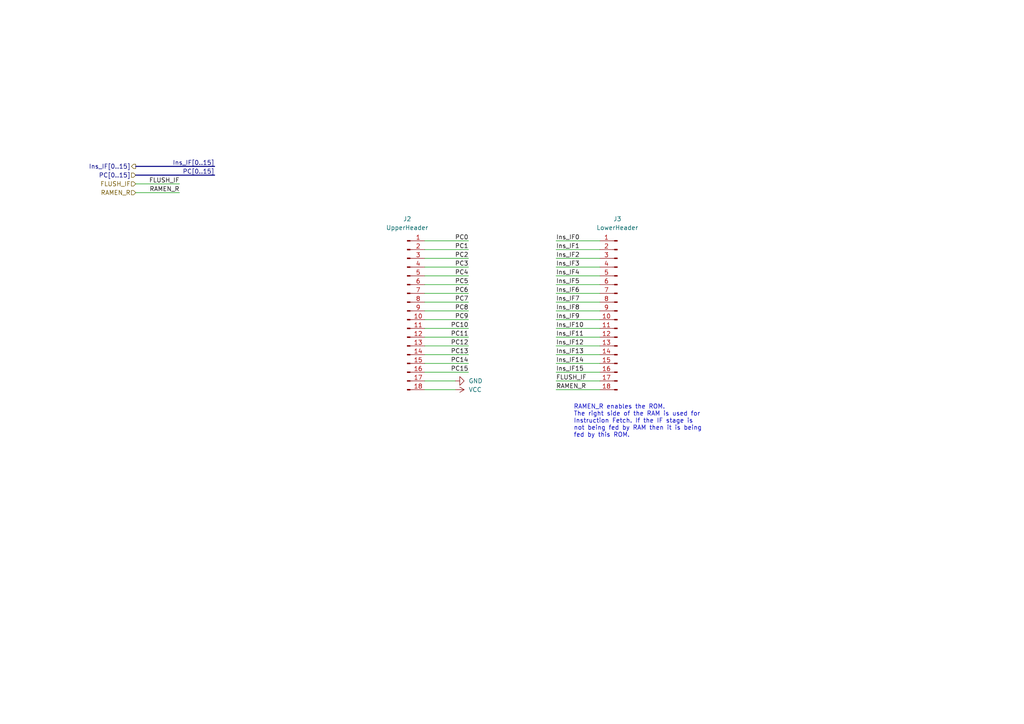
<source format=kicad_sch>
(kicad_sch (version 20250114) (generator "eeschema") (generator_version "9.0")
  (paper "A4")
  (title_block (date "2023-11-25") (rev "A"))
  (lib_symbols
    (symbol "Connector:Conn_01x18_Pin" (pin_names (offset 1.016) (hide yes))
      (property "Reference" "J" (at 0 22.86 0))
      (property "Value" "Conn_01x18_Pin" (at 0 -25.4 0))
      (symbol "Conn_01x18_Pin_1_1"
        (rectangle (start 0.8636 20.447) (end 0 20.193) (stroke (width 0.1524)) (fill (type outline)))
        (rectangle (start 0.8636 17.907) (end 0 17.653) (stroke (width 0.1524)) (fill (type outline)))
        (rectangle (start 0.8636 15.367) (end 0 15.113) (stroke (width 0.1524)) (fill (type outline)))
        (rectangle (start 0.8636 12.827) (end 0 12.573) (stroke (width 0.1524)) (fill (type outline)))
        (rectangle (start 0.8636 10.287) (end 0 10.033) (stroke (width 0.1524)) (fill (type outline)))
        (rectangle (start 0.8636 7.747) (end 0 7.493) (stroke (width 0.1524)) (fill (type outline)))
        (rectangle (start 0.8636 5.207) (end 0 4.953) (stroke (width 0.1524)) (fill (type outline)))
        (rectangle (start 0.8636 2.667) (end 0 2.413) (stroke (width 0.1524)) (fill (type outline)))
        (rectangle (start 0.8636 0.127) (end 0 -0.127) (stroke (width 0.1524)) (fill (type outline)))
        (rectangle (start 0.8636 -2.413) (end 0 -2.667) (stroke (width 0.1524)) (fill (type outline)))
        (rectangle (start 0.8636 -4.953) (end 0 -5.207) (stroke (width 0.1524)) (fill (type outline)))
        (rectangle (start 0.8636 -7.493) (end 0 -7.747) (stroke (width 0.1524)) (fill (type outline)))
        (rectangle (start 0.8636 -10.033) (end 0 -10.287) (stroke (width 0.1524)) (fill (type outline)))
        (rectangle (start 0.8636 -12.573) (end 0 -12.827) (stroke (width 0.1524)) (fill (type outline)))
        (rectangle (start 0.8636 -15.113) (end 0 -15.367) (stroke (width 0.1524)) (fill (type outline)))
        (rectangle (start 0.8636 -17.653) (end 0 -17.907) (stroke (width 0.1524)) (fill (type outline)))
        (rectangle (start 0.8636 -20.193) (end 0 -20.447) (stroke (width 0.1524)) (fill (type outline)))
        (rectangle (start 0.8636 -22.733) (end 0 -22.987) (stroke (width 0.1524)) (fill (type outline)))
        (polyline (pts (xy 1.27 20.32) (xy 0.8636 20.32)) (stroke (width 0.1524)))
        (polyline (pts (xy 1.27 17.78) (xy 0.8636 17.78)) (stroke (width 0.1524)))
        (polyline (pts (xy 1.27 15.24) (xy 0.8636 15.24)) (stroke (width 0.1524)))
        (polyline (pts (xy 1.27 12.7) (xy 0.8636 12.7)) (stroke (width 0.1524)))
        (polyline (pts (xy 1.27 10.16) (xy 0.8636 10.16)) (stroke (width 0.1524)))
        (polyline (pts (xy 1.27 7.62) (xy 0.8636 7.62)) (stroke (width 0.1524)))
        (polyline (pts (xy 1.27 5.08) (xy 0.8636 5.08)) (stroke (width 0.1524)))
        (polyline (pts (xy 1.27 2.54) (xy 0.8636 2.54)) (stroke (width 0.1524)))
        (polyline (pts (xy 1.27 0) (xy 0.8636 0)) (stroke (width 0.1524)))
        (polyline (pts (xy 1.27 -2.54) (xy 0.8636 -2.54)) (stroke (width 0.1524)))
        (polyline (pts (xy 1.27 -5.08) (xy 0.8636 -5.08)) (stroke (width 0.1524)))
        (polyline (pts (xy 1.27 -7.62) (xy 0.8636 -7.62)) (stroke (width 0.1524)))
        (polyline (pts (xy 1.27 -10.16) (xy 0.8636 -10.16)) (stroke (width 0.1524)))
        (polyline (pts (xy 1.27 -12.7) (xy 0.8636 -12.7)) (stroke (width 0.1524)))
        (polyline (pts (xy 1.27 -15.24) (xy 0.8636 -15.24)) (stroke (width 0.1524)))
        (polyline (pts (xy 1.27 -17.78) (xy 0.8636 -17.78)) (stroke (width 0.1524)))
        (polyline (pts (xy 1.27 -20.32) (xy 0.8636 -20.32)) (stroke (width 0.1524)))
        (polyline (pts (xy 1.27 -22.86) (xy 0.8636 -22.86)) (stroke (width 0.1524)))
        (pin passive line (at 5.08 20.32 180) (length 3.81) (name "Pin_1") (number "1"))
        (pin passive line (at 5.08 17.78 180) (length 3.81) (name "Pin_2") (number "2"))
        (pin passive line (at 5.08 15.24 180) (length 3.81) (name "Pin_3") (number "3"))
        (pin passive line (at 5.08 12.7 180) (length 3.81) (name "Pin_4") (number "4"))
        (pin passive line (at 5.08 10.16 180) (length 3.81) (name "Pin_5") (number "5"))
        (pin passive line (at 5.08 7.62 180) (length 3.81) (name "Pin_6") (number "6"))
        (pin passive line (at 5.08 5.08 180) (length 3.81) (name "Pin_7") (number "7"))
        (pin passive line (at 5.08 2.54 180) (length 3.81) (name "Pin_8") (number "8"))
        (pin passive line (at 5.08 0 180) (length 3.81) (name "Pin_9") (number "9"))
        (pin passive line (at 5.08 -2.54 180) (length 3.81) (name "Pin_10") (number "10"))
        (pin passive line (at 5.08 -5.08 180) (length 3.81) (name "Pin_11") (number "11"))
        (pin passive line (at 5.08 -7.62 180) (length 3.81) (name "Pin_12") (number "12"))
        (pin passive line (at 5.08 -10.16 180) (length 3.81) (name "Pin_13") (number "13"))
        (pin passive line (at 5.08 -12.7 180) (length 3.81) (name "Pin_14") (number "14"))
        (pin passive line (at 5.08 -15.24 180) (length 3.81) (name "Pin_15") (number "15"))
        (pin passive line (at 5.08 -17.78 180) (length 3.81) (name "Pin_16") (number "16"))
        (pin passive line (at 5.08 -20.32 180) (length 3.81) (name "Pin_17") (number "17"))
        (pin passive line (at 5.08 -22.86 180) (length 3.81) (name "Pin_18") (number "18"))
      )
    )
    (symbol "power:GND" (power) (pin_names (offset 0))
      (property "Value" "GND" (at 0 -3.81 0))
      (symbol "GND_0_1"
        (polyline (pts (xy 0 0) (xy 0 -1.27) (xy 1.27 -1.27) (xy 0 -2.54) (xy -1.27 -1.27) (xy 0 -1.27)))
      )
      (symbol "GND_1_1"
        (pin power_in line (at 0 0 270) (length 0) (hide yes) (name "GND") (number "1"))
      )
    )
    (symbol "power:VCC" (power) (pin_names (offset 0))
      (property "Value" "VCC" (at 0 3.81 0))
      (symbol "VCC_0_1"
        (polyline (pts (xy -0.762 1.27) (xy 0 2.54)))
        (polyline (pts (xy 0 2.54) (xy 0.762 1.27)))
        (polyline (pts (xy 0 0) (xy 0 2.54)))
      )
      (symbol "VCC_1_1"
        (pin power_in line (at 0 0 90) (length 0) (hide yes) (name "VCC") (number "1"))
      )
    )
  )
  (text "RAMEN_R enables the ROM.\nThe right side of the RAM is used for\nInstruction Fetch. If the IF stage is\nnot being fed by RAM then it is being\nfed by this ROM." (at 166.37 127 0) (effects (font (size 1.27 1.27)) (justify left bottom)))
  (wire (pts (xy 135.89 77.47) (xy 123.19 77.47)))
  (wire (pts (xy 161.29 69.85) (xy 173.99 69.85)))
  (wire (pts (xy 161.29 72.39) (xy 173.99 72.39)))
  (wire (pts (xy 161.29 74.93) (xy 173.99 74.93)))
  (wire (pts (xy 161.29 107.95) (xy 173.99 107.95)))
  (wire (pts (xy 161.29 110.49) (xy 173.99 110.49)))
  (wire (pts (xy 161.29 77.47) (xy 173.99 77.47)))
  (wire (pts (xy 135.89 92.71) (xy 123.19 92.71)))
  (wire (pts (xy 161.29 105.41) (xy 173.99 105.41)))
  (wire (pts (xy 135.89 72.39) (xy 123.19 72.39)))
  (wire (pts (xy 161.29 80.01) (xy 173.99 80.01)))
  (wire (pts (xy 135.89 80.01) (xy 123.19 80.01)))
  (wire (pts (xy 161.29 95.25) (xy 173.99 95.25)))
  (wire (pts (xy 135.89 105.41) (xy 123.19 105.41)))
  (bus (pts (xy 39.37 50.8) (xy 62.23 50.8)))
  (wire (pts (xy 161.29 92.71) (xy 173.99 92.71)))
  (wire (pts (xy 52.07 53.34) (xy 39.37 53.34)))
  (wire (pts (xy 161.29 113.03) (xy 173.99 113.03)))
  (wire (pts (xy 135.89 100.33) (xy 123.19 100.33)))
  (bus (pts (xy 39.37 48.26) (xy 62.23 48.26)))
  (wire (pts (xy 161.29 100.33) (xy 173.99 100.33)))
  (wire (pts (xy 135.89 74.93) (xy 123.19 74.93)))
  (wire (pts (xy 123.19 113.03) (xy 132.08 113.03)))
  (wire (pts (xy 135.89 102.87) (xy 123.19 102.87)))
  (wire (pts (xy 161.29 85.09) (xy 173.99 85.09)))
  (wire (pts (xy 161.29 102.87) (xy 173.99 102.87)))
  (wire (pts (xy 123.19 110.49) (xy 132.08 110.49)))
  (wire (pts (xy 135.89 82.55) (xy 123.19 82.55)))
  (wire (pts (xy 135.89 69.85) (xy 123.19 69.85)))
  (wire (pts (xy 52.07 55.88) (xy 39.37 55.88)))
  (wire (pts (xy 135.89 97.79) (xy 123.19 97.79)))
  (wire (pts (xy 135.89 95.25) (xy 123.19 95.25)))
  (wire (pts (xy 161.29 87.63) (xy 173.99 87.63)))
  (wire (pts (xy 135.89 85.09) (xy 123.19 85.09)))
  (wire (pts (xy 161.29 82.55) (xy 173.99 82.55)))
  (wire (pts (xy 161.29 90.17) (xy 173.99 90.17)))
  (wire (pts (xy 161.29 97.79) (xy 173.99 97.79)))
  (wire (pts (xy 135.89 107.95) (xy 123.19 107.95)))
  (wire (pts (xy 135.89 87.63) (xy 123.19 87.63)))
  (wire (pts (xy 135.89 90.17) (xy 123.19 90.17)))
  (label "PC1" (at 135.89 72.39 180))
  (label "PC12" (at 135.89 100.33 180))
  (label "Ins_IF11" (at 161.29 97.79 0))
  (label "PC9" (at 135.89 92.71 180))
  (label "PC2" (at 135.89 74.93 180))
  (label "PC[0..15]" (at 62.23 50.8 180))
  (label "Ins_IF5" (at 161.29 82.55 0))
  (label "PC7" (at 135.89 87.63 180))
  (label "PC4" (at 135.89 80.01 180))
  (label "Ins_IF[0..15]" (at 62.23 48.26 180))
  (label "RAMEN_R" (at 52.07 55.88 180))
  (label "Ins_IF14" (at 161.29 105.41 0))
  (label "FLUSH_IF" (at 52.07 53.34 180))
  (label "PC3" (at 135.89 77.47 180))
  (label "Ins_IF13" (at 161.29 102.87 0))
  (label "FLUSH_IF" (at 161.29 110.49 0))
  (label "PC8" (at 135.89 90.17 180))
  (label "PC14" (at 135.89 105.41 180))
  (label "PC13" (at 135.89 102.87 180))
  (label "Ins_IF6" (at 161.29 85.09 0))
  (label "Ins_IF1" (at 161.29 72.39 0))
  (label "PC6" (at 135.89 85.09 180))
  (label "Ins_IF7" (at 161.29 87.63 0))
  (label "Ins_IF0" (at 161.29 69.85 0))
  (label "Ins_IF8" (at 161.29 90.17 0))
  (label "RAMEN_R" (at 161.29 113.03 0))
  (label "Ins_IF9" (at 161.29 92.71 0))
  (label "PC10" (at 135.89 95.25 180))
  (label "PC11" (at 135.89 97.79 180))
  (label "PC5" (at 135.89 82.55 180))
  (label "Ins_IF3" (at 161.29 77.47 0))
  (label "Ins_IF15" (at 161.29 107.95 0))
  (label "Ins_IF2" (at 161.29 74.93 0))
  (label "PC15" (at 135.89 107.95 180))
  (label "Ins_IF4" (at 161.29 80.01 0))
  (label "Ins_IF12" (at 161.29 100.33 0))
  (label "Ins_IF10" (at 161.29 95.25 0))
  (label "PC0" (at 135.89 69.85 180))
  (hierarchical_label "RAMEN_R" (shape input) (at 39.37 55.88 180))
  (hierarchical_label "Ins_IF[0..15]" (shape output) (at 39.37 48.26 180))
  (hierarchical_label "PC[0..15]" (shape input) (at 39.37 50.8 180))
  (hierarchical_label "FLUSH_IF" (shape input) (at 39.37 53.34 180))
  (symbol (lib_id "Connector:Conn_01x18_Pin") (at 118.11 90.17 0) (unit 1)
    (property "Reference" "J2" (at 118.11 63.5 0))
    (property "Value" "UpperHeader" (at 118.11 66.04 0))
    (property "Footprint" "Connector_PinHeader_2.54mm:PinHeader_1x18_P2.54mm_Vertical" (effects (hide yes)))
  )
  (symbol (lib_id "power:GND") (at 132.08 110.49 90) (unit 1)
    (property "Reference" "#PWR0120" (effects (hide yes)))
    (property "Value" "GND" (at 135.89 110.49 90) (effects (justify right)))
  )
  (symbol (lib_id "Connector:Conn_01x18_Pin") (at 179.07 90.17 0) (mirror y) (unit 1)
    (property "Reference" "J3" (at 179.07 63.5 0))
    (property "Value" "LowerHeader" (at 179.07 66.04 0))
    (property "Footprint" "Connector_PinHeader_2.54mm:PinHeader_1x18_P2.54mm_Vertical" (effects (hide yes)))
  )
  (symbol (lib_id "power:VCC") (at 132.08 113.03 270) (unit 1)
    (property "Reference" "#PWR0121" (effects (hide yes)))
    (property "Value" "VCC" (at 135.89 113.03 90) (effects (justify left)))
  )
)
</source>
